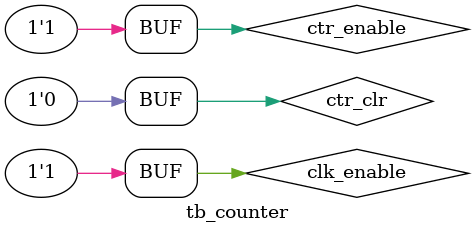
<source format=v>

`timescale 1ns/100ps

module tb_counter();

// Declare local wires and regs
   reg        clk_enable;	// Locally-created clock enable signal
   reg        ctr_enable;	// Locally-created counter enable signal
   reg        ctr_clr;		// Locally-created counter clear signal
   wire       clk_out;		// Clock produced by the clk module
   wire [3:0] count1;		// Output for counter having default timing
   wire [3:0] count2;		// Output for counter having defined timing

// Instantiate the clock generator with a period of 100 ns
   clk #(100) clk1(clk_enable, clk_out);

// Intantiate two versions of the counter.
// Counter ctr1 uses the default values.
// Counter ctr2 overrides the default values with #(20,30) ns.
   counter4bit          ctr1(clk_out, ctr_clr, ctr_enable, count1);
   counter4bit #(20,30) ctr2(clk_out, ctr_clr, ctr_enable, count2);

// Sequence the ENABLE and CLR signals
   initial begin
      clk_enable = 1;
      ctr_enable = 0;
      ctr_clr = 0;
      #10  ctr_clr = 1;
      #40  ctr_clr = 0;
      #50  ctr_enable = 1;
      #500 ctr_enable = 0;
      #200 ctr_enable = 1;
      #500 ctr_clr = 1;
      #100 ctr_clr = 0;
   end

endmodule

</source>
